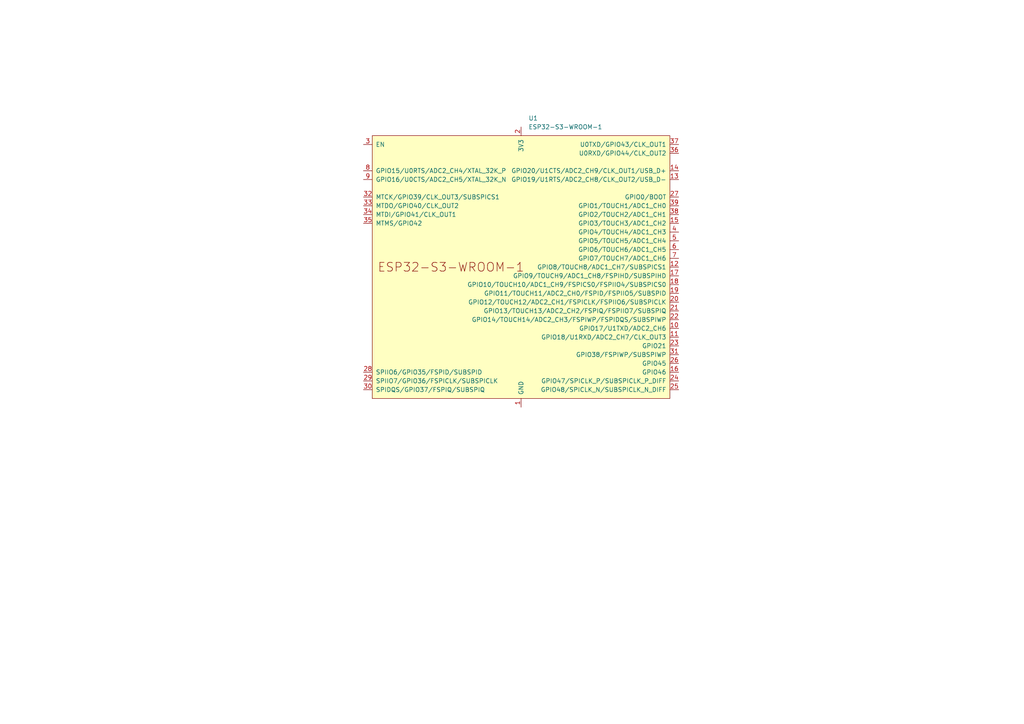
<source format=kicad_sch>
(kicad_sch (version 20250114) (generator "eeschema") (generator_version "9.0")
  (paper "A4")
  (lib_symbols
    (symbol "PCM_Espressif:ESP32-S3-WROOM-1" (pin_names (offset 1.016))
      (property "Reference" "U" (at -43.18 43.18 0))
      (property "Value" "ESP32-S3-WROOM-1" (at -43.18 40.64 0))
      (symbol "ESP32-S3-WROOM-1_0_0"
        (text "ESP32-S3-WROOM-1" (at -20.32 0 0) (effects (font (size 2.54 2.54))))
        (pin input line (at -45.72 35.56 0) (length 2.54) (name "EN") (number "3"))
        (pin bidirectional line (at -45.72 27.94 0) (length 2.54) (name "GPIO15/U0RTS/ADC2_CH4/XTAL_32K_P") (number "8"))
        (pin bidirectional line (at -45.72 25.4 0) (length 2.54) (name "GPIO16/U0CTS/ADC2_CH5/XTAL_32K_N") (number "9"))
        (pin bidirectional line (at -45.72 20.32 0) (length 2.54) (name "MTCK/GPIO39/CLK_OUT3/SUBSPICS1") (number "32"))
        (pin bidirectional line (at -45.72 17.78 0) (length 2.54) (name "MTDO/GPIO40/CLK_OUT2") (number "33"))
        (pin bidirectional line (at -45.72 15.24 0) (length 2.54) (name "MTDI/GPIO41/CLK_OUT1") (number "34"))
        (pin bidirectional line (at -45.72 12.7 0) (length 2.54) (name "MTMS/GPIO42") (number "35"))
        (pin bidirectional line (at -45.72 -30.48 0) (length 2.54) (name "SPIIO6/GPIO35/FSPID/SUBSPID") (number "28"))
        (pin bidirectional line (at -45.72 -33.02 0) (length 2.54) (name "SPIIO7/GPIO36/FSPICLK/SUBSPICLK") (number "29"))
        (pin bidirectional line (at -45.72 -35.56 0) (length 2.54) (name "SPIDQS/GPIO37/FSPIQ/SUBSPIQ") (number "30"))
        (pin power_in line (at 0 40.64 270) (length 2.54) (name "3V3") (number "2"))
        (pin power_in line (at 0 -40.64 90) (length 2.54) (name "GND") (number "1"))
        (pin passive line (at 0 -40.64 90) (length 2.54) (hide yes) (name "GND") (number "40"))
        (pin passive line (at 0 -40.64 90) (length 2.54) (hide yes) (name "GND") (number "41"))
        (pin bidirectional line (at 45.72 35.56 180) (length 2.54) (name "U0TXD/GPIO43/CLK_OUT1") (number "37"))
        (pin bidirectional line (at 45.72 33.02 180) (length 2.54) (name "U0RXD/GPIO44/CLK_OUT2") (number "36"))
        (pin bidirectional line (at 45.72 27.94 180) (length 2.54) (name "GPIO20/U1CTS/ADC2_CH9/CLK_OUT1/USB_D+") (number "14"))
        (pin bidirectional line (at 45.72 25.4 180) (length 2.54) (name "GPIO19/U1RTS/ADC2_CH8/CLK_OUT2/USB_D-") (number "13"))
        (pin bidirectional line (at 45.72 20.32 180) (length 2.54) (name "GPIO0/BOOT") (number "27"))
        (pin bidirectional line (at 45.72 17.78 180) (length 2.54) (name "GPIO1/TOUCH1/ADC1_CH0") (number "39"))
        (pin bidirectional line (at 45.72 15.24 180) (length 2.54) (name "GPIO2/TOUCH2/ADC1_CH1") (number "38"))
        (pin bidirectional line (at 45.72 12.7 180) (length 2.54) (name "GPIO3/TOUCH3/ADC1_CH2") (number "15"))
        (pin bidirectional line (at 45.72 10.16 180) (length 2.54) (name "GPIO4/TOUCH4/ADC1_CH3") (number "4"))
        (pin bidirectional line (at 45.72 7.62 180) (length 2.54) (name "GPIO5/TOUCH5/ADC1_CH4") (number "5"))
        (pin bidirectional line (at 45.72 5.08 180) (length 2.54) (name "GPIO6/TOUCH6/ADC1_CH5") (number "6"))
        (pin bidirectional line (at 45.72 2.54 180) (length 2.54) (name "GPIO7/TOUCH7/ADC1_CH6") (number "7"))
        (pin bidirectional line (at 45.72 0 180) (length 2.54) (name "GPIO8/TOUCH8/ADC1_CH7/SUBSPICS1") (number "12"))
        (pin bidirectional line (at 45.72 -2.54 180) (length 2.54) (name "GPIO9/TOUCH9/ADC1_CH8/FSPIHD/SUBSPIHD") (number "17"))
        (pin bidirectional line (at 45.72 -5.08 180) (length 2.54) (name "GPIO10/TOUCH10/ADC1_CH9/FSPICS0/FSPIIO4/SUBSPICS0") (number "18"))
        (pin bidirectional line (at 45.72 -7.62 180) (length 2.54) (name "GPIO11/TOUCH11/ADC2_CH0/FSPID/FSPIIO5/SUBSPID") (number "19"))
        (pin bidirectional line (at 45.72 -10.16 180) (length 2.54) (name "GPIO12/TOUCH12/ADC2_CH1/FSPICLK/FSPIIO6/SUBSPICLK") (number "20"))
        (pin bidirectional line (at 45.72 -12.7 180) (length 2.54) (name "GPIO13/TOUCH13/ADC2_CH2/FSPIQ/FSPIIO7/SUBSPIQ") (number "21"))
        (pin bidirectional line (at 45.72 -15.24 180) (length 2.54) (name "GPIO14/TOUCH14/ADC2_CH3/FSPIWP/FSPIDQS/SUBSPIWP") (number "22"))
        (pin bidirectional line (at 45.72 -17.78 180) (length 2.54) (name "GPIO17/U1TXD/ADC2_CH6") (number "10"))
        (pin bidirectional line (at 45.72 -20.32 180) (length 2.54) (name "GPIO18/U1RXD/ADC2_CH7/CLK_OUT3") (number "11"))
        (pin bidirectional line (at 45.72 -22.86 180) (length 2.54) (name "GPIO21") (number "23"))
        (pin bidirectional line (at 45.72 -25.4 180) (length 2.54) (name "GPIO38/FSPIWP/SUBSPIWP") (number "31"))
        (pin bidirectional line (at 45.72 -27.94 180) (length 2.54) (name "GPIO45") (number "26"))
        (pin bidirectional line (at 45.72 -30.48 180) (length 2.54) (name "GPIO46") (number "16"))
        (pin bidirectional line (at 45.72 -33.02 180) (length 2.54) (name "GPIO47/SPICLK_P/SUBSPICLK_P_DIFF") (number "24"))
        (pin bidirectional line (at 45.72 -35.56 180) (length 2.54) (name "GPIO48/SPICLK_N/SUBSPICLK_N_DIFF") (number "25"))
      )
      (symbol "ESP32-S3-WROOM-1_0_1"
        (rectangle (start -43.18 38.1) (end 43.18 -38.1) (fill (type background)))
      )
    )
  )
  (symbol (lib_id "PCM_Espressif:ESP32-S3-WROOM-1") (at 151.13 77.47 0) (unit 1)
    (property "Reference" "U1" (at 153.2733 34.29 0) (effects (justify left)))
    (property "Value" "ESP32-S3-WROOM-1" (at 153.2733 36.83 0) (effects (justify left)))
    (property "Footprint" "PCM_Espressif:ESP32-S3-WROOM-1" (effects (hide yes)))
    (property "Datasheet" "https://www.espressif.com/sites/default/files/documentation/esp32-s3-wroom-1_wroom-1u_datasheet_en.pdf" (effects (hide yes)))
    (property "Description" "2.4 GHz WiFi (802.11 b/g/n) and Bluetooth ® 5 (LE) module Built around ESP32S3 series of SoCs, Xtensa ® dualcore 32bit LX7 microprocessor Flash up to 16 MB, PSRAM up to 8 MB 36 GPIOs, rich set of peripherals Onboard PCB antenna" (effects (hide yes)))
  )
)
</source>
